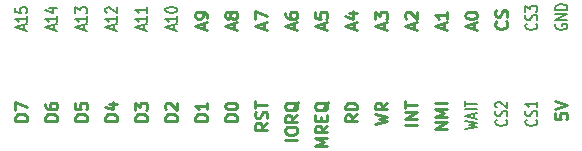
<source format=gbr>
%TF.GenerationSoftware,KiCad,Pcbnew,7.0.9*%
%TF.CreationDate,2023-11-20T12:28:54+01:00*%
%TF.ProjectId,perfboardCard,70657266-626f-4617-9264-436172642e6b,rev?*%
%TF.SameCoordinates,Original*%
%TF.FileFunction,Legend,Top*%
%TF.FilePolarity,Positive*%
%FSLAX46Y46*%
G04 Gerber Fmt 4.6, Leading zero omitted, Abs format (unit mm)*
G04 Created by KiCad (PCBNEW 7.0.9) date 2023-11-20 12:28:54*
%MOMM*%
%LPD*%
G01*
G04 APERTURE LIST*
%ADD10C,0.200000*%
%ADD11C,0.250000*%
G04 APERTURE END LIST*
D10*
X127295838Y-92754898D02*
X127248219Y-92831088D01*
X127248219Y-92831088D02*
X127248219Y-92945374D01*
X127248219Y-92945374D02*
X127295838Y-93059660D01*
X127295838Y-93059660D02*
X127391076Y-93135850D01*
X127391076Y-93135850D02*
X127486314Y-93173945D01*
X127486314Y-93173945D02*
X127676790Y-93212041D01*
X127676790Y-93212041D02*
X127819647Y-93212041D01*
X127819647Y-93212041D02*
X128010123Y-93173945D01*
X128010123Y-93173945D02*
X128105361Y-93135850D01*
X128105361Y-93135850D02*
X128200600Y-93059660D01*
X128200600Y-93059660D02*
X128248219Y-92945374D01*
X128248219Y-92945374D02*
X128248219Y-92869183D01*
X128248219Y-92869183D02*
X128200600Y-92754898D01*
X128200600Y-92754898D02*
X128152980Y-92716802D01*
X128152980Y-92716802D02*
X127819647Y-92716802D01*
X127819647Y-92716802D02*
X127819647Y-92869183D01*
X128248219Y-92373945D02*
X127248219Y-92373945D01*
X127248219Y-92373945D02*
X128248219Y-91916802D01*
X128248219Y-91916802D02*
X127248219Y-91916802D01*
X128248219Y-91535850D02*
X127248219Y-91535850D01*
X127248219Y-91535850D02*
X127248219Y-91345374D01*
X127248219Y-91345374D02*
X127295838Y-91231088D01*
X127295838Y-91231088D02*
X127391076Y-91154898D01*
X127391076Y-91154898D02*
X127486314Y-91116803D01*
X127486314Y-91116803D02*
X127676790Y-91078707D01*
X127676790Y-91078707D02*
X127819647Y-91078707D01*
X127819647Y-91078707D02*
X128010123Y-91116803D01*
X128010123Y-91116803D02*
X128105361Y-91154898D01*
X128105361Y-91154898D02*
X128200600Y-91231088D01*
X128200600Y-91231088D02*
X128248219Y-91345374D01*
X128248219Y-91345374D02*
X128248219Y-91535850D01*
X125612980Y-92716802D02*
X125660600Y-92754898D01*
X125660600Y-92754898D02*
X125708219Y-92869183D01*
X125708219Y-92869183D02*
X125708219Y-92945374D01*
X125708219Y-92945374D02*
X125660600Y-93059660D01*
X125660600Y-93059660D02*
X125565361Y-93135850D01*
X125565361Y-93135850D02*
X125470123Y-93173945D01*
X125470123Y-93173945D02*
X125279647Y-93212041D01*
X125279647Y-93212041D02*
X125136790Y-93212041D01*
X125136790Y-93212041D02*
X124946314Y-93173945D01*
X124946314Y-93173945D02*
X124851076Y-93135850D01*
X124851076Y-93135850D02*
X124755838Y-93059660D01*
X124755838Y-93059660D02*
X124708219Y-92945374D01*
X124708219Y-92945374D02*
X124708219Y-92869183D01*
X124708219Y-92869183D02*
X124755838Y-92754898D01*
X124755838Y-92754898D02*
X124803457Y-92716802D01*
X125660600Y-92412041D02*
X125708219Y-92297755D01*
X125708219Y-92297755D02*
X125708219Y-92107279D01*
X125708219Y-92107279D02*
X125660600Y-92031088D01*
X125660600Y-92031088D02*
X125612980Y-91992993D01*
X125612980Y-91992993D02*
X125517742Y-91954898D01*
X125517742Y-91954898D02*
X125422504Y-91954898D01*
X125422504Y-91954898D02*
X125327266Y-91992993D01*
X125327266Y-91992993D02*
X125279647Y-92031088D01*
X125279647Y-92031088D02*
X125232028Y-92107279D01*
X125232028Y-92107279D02*
X125184409Y-92259660D01*
X125184409Y-92259660D02*
X125136790Y-92335850D01*
X125136790Y-92335850D02*
X125089171Y-92373945D01*
X125089171Y-92373945D02*
X124993933Y-92412041D01*
X124993933Y-92412041D02*
X124898695Y-92412041D01*
X124898695Y-92412041D02*
X124803457Y-92373945D01*
X124803457Y-92373945D02*
X124755838Y-92335850D01*
X124755838Y-92335850D02*
X124708219Y-92259660D01*
X124708219Y-92259660D02*
X124708219Y-92069183D01*
X124708219Y-92069183D02*
X124755838Y-91954898D01*
X124708219Y-91688231D02*
X124708219Y-91192993D01*
X124708219Y-91192993D02*
X125089171Y-91459659D01*
X125089171Y-91459659D02*
X125089171Y-91345374D01*
X125089171Y-91345374D02*
X125136790Y-91269183D01*
X125136790Y-91269183D02*
X125184409Y-91231088D01*
X125184409Y-91231088D02*
X125279647Y-91192993D01*
X125279647Y-91192993D02*
X125517742Y-91192993D01*
X125517742Y-91192993D02*
X125612980Y-91231088D01*
X125612980Y-91231088D02*
X125660600Y-91269183D01*
X125660600Y-91269183D02*
X125708219Y-91345374D01*
X125708219Y-91345374D02*
X125708219Y-91573945D01*
X125708219Y-91573945D02*
X125660600Y-91650136D01*
X125660600Y-91650136D02*
X125612980Y-91688231D01*
D11*
X123070380Y-92522003D02*
X123118000Y-92569622D01*
X123118000Y-92569622D02*
X123165619Y-92712479D01*
X123165619Y-92712479D02*
X123165619Y-92807717D01*
X123165619Y-92807717D02*
X123118000Y-92950574D01*
X123118000Y-92950574D02*
X123022761Y-93045812D01*
X123022761Y-93045812D02*
X122927523Y-93093431D01*
X122927523Y-93093431D02*
X122737047Y-93141050D01*
X122737047Y-93141050D02*
X122594190Y-93141050D01*
X122594190Y-93141050D02*
X122403714Y-93093431D01*
X122403714Y-93093431D02*
X122308476Y-93045812D01*
X122308476Y-93045812D02*
X122213238Y-92950574D01*
X122213238Y-92950574D02*
X122165619Y-92807717D01*
X122165619Y-92807717D02*
X122165619Y-92712479D01*
X122165619Y-92712479D02*
X122213238Y-92569622D01*
X122213238Y-92569622D02*
X122260857Y-92522003D01*
X123118000Y-92141050D02*
X123165619Y-91998193D01*
X123165619Y-91998193D02*
X123165619Y-91760098D01*
X123165619Y-91760098D02*
X123118000Y-91664860D01*
X123118000Y-91664860D02*
X123070380Y-91617241D01*
X123070380Y-91617241D02*
X122975142Y-91569622D01*
X122975142Y-91569622D02*
X122879904Y-91569622D01*
X122879904Y-91569622D02*
X122784666Y-91617241D01*
X122784666Y-91617241D02*
X122737047Y-91664860D01*
X122737047Y-91664860D02*
X122689428Y-91760098D01*
X122689428Y-91760098D02*
X122641809Y-91950574D01*
X122641809Y-91950574D02*
X122594190Y-92045812D01*
X122594190Y-92045812D02*
X122546571Y-92093431D01*
X122546571Y-92093431D02*
X122451333Y-92141050D01*
X122451333Y-92141050D02*
X122356095Y-92141050D01*
X122356095Y-92141050D02*
X122260857Y-92093431D01*
X122260857Y-92093431D02*
X122213238Y-92045812D01*
X122213238Y-92045812D02*
X122165619Y-91950574D01*
X122165619Y-91950574D02*
X122165619Y-91712479D01*
X122165619Y-91712479D02*
X122213238Y-91569622D01*
X120339904Y-93141050D02*
X120339904Y-92664860D01*
X120625619Y-93236288D02*
X119625619Y-92902955D01*
X119625619Y-92902955D02*
X120625619Y-92569622D01*
X119625619Y-92045812D02*
X119625619Y-91950574D01*
X119625619Y-91950574D02*
X119673238Y-91855336D01*
X119673238Y-91855336D02*
X119720857Y-91807717D01*
X119720857Y-91807717D02*
X119816095Y-91760098D01*
X119816095Y-91760098D02*
X120006571Y-91712479D01*
X120006571Y-91712479D02*
X120244666Y-91712479D01*
X120244666Y-91712479D02*
X120435142Y-91760098D01*
X120435142Y-91760098D02*
X120530380Y-91807717D01*
X120530380Y-91807717D02*
X120578000Y-91855336D01*
X120578000Y-91855336D02*
X120625619Y-91950574D01*
X120625619Y-91950574D02*
X120625619Y-92045812D01*
X120625619Y-92045812D02*
X120578000Y-92141050D01*
X120578000Y-92141050D02*
X120530380Y-92188669D01*
X120530380Y-92188669D02*
X120435142Y-92236288D01*
X120435142Y-92236288D02*
X120244666Y-92283907D01*
X120244666Y-92283907D02*
X120006571Y-92283907D01*
X120006571Y-92283907D02*
X119816095Y-92236288D01*
X119816095Y-92236288D02*
X119720857Y-92188669D01*
X119720857Y-92188669D02*
X119673238Y-92141050D01*
X119673238Y-92141050D02*
X119625619Y-92045812D01*
X117799904Y-93141050D02*
X117799904Y-92664860D01*
X118085619Y-93236288D02*
X117085619Y-92902955D01*
X117085619Y-92902955D02*
X118085619Y-92569622D01*
X118085619Y-91712479D02*
X118085619Y-92283907D01*
X118085619Y-91998193D02*
X117085619Y-91998193D01*
X117085619Y-91998193D02*
X117228476Y-92093431D01*
X117228476Y-92093431D02*
X117323714Y-92188669D01*
X117323714Y-92188669D02*
X117371333Y-92283907D01*
X115259904Y-93141050D02*
X115259904Y-92664860D01*
X115545619Y-93236288D02*
X114545619Y-92902955D01*
X114545619Y-92902955D02*
X115545619Y-92569622D01*
X114640857Y-92283907D02*
X114593238Y-92236288D01*
X114593238Y-92236288D02*
X114545619Y-92141050D01*
X114545619Y-92141050D02*
X114545619Y-91902955D01*
X114545619Y-91902955D02*
X114593238Y-91807717D01*
X114593238Y-91807717D02*
X114640857Y-91760098D01*
X114640857Y-91760098D02*
X114736095Y-91712479D01*
X114736095Y-91712479D02*
X114831333Y-91712479D01*
X114831333Y-91712479D02*
X114974190Y-91760098D01*
X114974190Y-91760098D02*
X115545619Y-92331526D01*
X115545619Y-92331526D02*
X115545619Y-91712479D01*
X112719904Y-93141050D02*
X112719904Y-92664860D01*
X113005619Y-93236288D02*
X112005619Y-92902955D01*
X112005619Y-92902955D02*
X113005619Y-92569622D01*
X112005619Y-92331526D02*
X112005619Y-91712479D01*
X112005619Y-91712479D02*
X112386571Y-92045812D01*
X112386571Y-92045812D02*
X112386571Y-91902955D01*
X112386571Y-91902955D02*
X112434190Y-91807717D01*
X112434190Y-91807717D02*
X112481809Y-91760098D01*
X112481809Y-91760098D02*
X112577047Y-91712479D01*
X112577047Y-91712479D02*
X112815142Y-91712479D01*
X112815142Y-91712479D02*
X112910380Y-91760098D01*
X112910380Y-91760098D02*
X112958000Y-91807717D01*
X112958000Y-91807717D02*
X113005619Y-91902955D01*
X113005619Y-91902955D02*
X113005619Y-92188669D01*
X113005619Y-92188669D02*
X112958000Y-92283907D01*
X112958000Y-92283907D02*
X112910380Y-92331526D01*
X110179904Y-93141050D02*
X110179904Y-92664860D01*
X110465619Y-93236288D02*
X109465619Y-92902955D01*
X109465619Y-92902955D02*
X110465619Y-92569622D01*
X109798952Y-91807717D02*
X110465619Y-91807717D01*
X109418000Y-92045812D02*
X110132285Y-92283907D01*
X110132285Y-92283907D02*
X110132285Y-91664860D01*
X107639904Y-93141050D02*
X107639904Y-92664860D01*
X107925619Y-93236288D02*
X106925619Y-92902955D01*
X106925619Y-92902955D02*
X107925619Y-92569622D01*
X106925619Y-91760098D02*
X106925619Y-92236288D01*
X106925619Y-92236288D02*
X107401809Y-92283907D01*
X107401809Y-92283907D02*
X107354190Y-92236288D01*
X107354190Y-92236288D02*
X107306571Y-92141050D01*
X107306571Y-92141050D02*
X107306571Y-91902955D01*
X107306571Y-91902955D02*
X107354190Y-91807717D01*
X107354190Y-91807717D02*
X107401809Y-91760098D01*
X107401809Y-91760098D02*
X107497047Y-91712479D01*
X107497047Y-91712479D02*
X107735142Y-91712479D01*
X107735142Y-91712479D02*
X107830380Y-91760098D01*
X107830380Y-91760098D02*
X107878000Y-91807717D01*
X107878000Y-91807717D02*
X107925619Y-91902955D01*
X107925619Y-91902955D02*
X107925619Y-92141050D01*
X107925619Y-92141050D02*
X107878000Y-92236288D01*
X107878000Y-92236288D02*
X107830380Y-92283907D01*
X105099904Y-93141050D02*
X105099904Y-92664860D01*
X105385619Y-93236288D02*
X104385619Y-92902955D01*
X104385619Y-92902955D02*
X105385619Y-92569622D01*
X104385619Y-91807717D02*
X104385619Y-91998193D01*
X104385619Y-91998193D02*
X104433238Y-92093431D01*
X104433238Y-92093431D02*
X104480857Y-92141050D01*
X104480857Y-92141050D02*
X104623714Y-92236288D01*
X104623714Y-92236288D02*
X104814190Y-92283907D01*
X104814190Y-92283907D02*
X105195142Y-92283907D01*
X105195142Y-92283907D02*
X105290380Y-92236288D01*
X105290380Y-92236288D02*
X105338000Y-92188669D01*
X105338000Y-92188669D02*
X105385619Y-92093431D01*
X105385619Y-92093431D02*
X105385619Y-91902955D01*
X105385619Y-91902955D02*
X105338000Y-91807717D01*
X105338000Y-91807717D02*
X105290380Y-91760098D01*
X105290380Y-91760098D02*
X105195142Y-91712479D01*
X105195142Y-91712479D02*
X104957047Y-91712479D01*
X104957047Y-91712479D02*
X104861809Y-91760098D01*
X104861809Y-91760098D02*
X104814190Y-91807717D01*
X104814190Y-91807717D02*
X104766571Y-91902955D01*
X104766571Y-91902955D02*
X104766571Y-92093431D01*
X104766571Y-92093431D02*
X104814190Y-92188669D01*
X104814190Y-92188669D02*
X104861809Y-92236288D01*
X104861809Y-92236288D02*
X104957047Y-92283907D01*
X102559904Y-93141050D02*
X102559904Y-92664860D01*
X102845619Y-93236288D02*
X101845619Y-92902955D01*
X101845619Y-92902955D02*
X102845619Y-92569622D01*
X101845619Y-92331526D02*
X101845619Y-91664860D01*
X101845619Y-91664860D02*
X102845619Y-92093431D01*
X100019904Y-93141050D02*
X100019904Y-92664860D01*
X100305619Y-93236288D02*
X99305619Y-92902955D01*
X99305619Y-92902955D02*
X100305619Y-92569622D01*
X99734190Y-92093431D02*
X99686571Y-92188669D01*
X99686571Y-92188669D02*
X99638952Y-92236288D01*
X99638952Y-92236288D02*
X99543714Y-92283907D01*
X99543714Y-92283907D02*
X99496095Y-92283907D01*
X99496095Y-92283907D02*
X99400857Y-92236288D01*
X99400857Y-92236288D02*
X99353238Y-92188669D01*
X99353238Y-92188669D02*
X99305619Y-92093431D01*
X99305619Y-92093431D02*
X99305619Y-91902955D01*
X99305619Y-91902955D02*
X99353238Y-91807717D01*
X99353238Y-91807717D02*
X99400857Y-91760098D01*
X99400857Y-91760098D02*
X99496095Y-91712479D01*
X99496095Y-91712479D02*
X99543714Y-91712479D01*
X99543714Y-91712479D02*
X99638952Y-91760098D01*
X99638952Y-91760098D02*
X99686571Y-91807717D01*
X99686571Y-91807717D02*
X99734190Y-91902955D01*
X99734190Y-91902955D02*
X99734190Y-92093431D01*
X99734190Y-92093431D02*
X99781809Y-92188669D01*
X99781809Y-92188669D02*
X99829428Y-92236288D01*
X99829428Y-92236288D02*
X99924666Y-92283907D01*
X99924666Y-92283907D02*
X100115142Y-92283907D01*
X100115142Y-92283907D02*
X100210380Y-92236288D01*
X100210380Y-92236288D02*
X100258000Y-92188669D01*
X100258000Y-92188669D02*
X100305619Y-92093431D01*
X100305619Y-92093431D02*
X100305619Y-91902955D01*
X100305619Y-91902955D02*
X100258000Y-91807717D01*
X100258000Y-91807717D02*
X100210380Y-91760098D01*
X100210380Y-91760098D02*
X100115142Y-91712479D01*
X100115142Y-91712479D02*
X99924666Y-91712479D01*
X99924666Y-91712479D02*
X99829428Y-91760098D01*
X99829428Y-91760098D02*
X99781809Y-91807717D01*
X99781809Y-91807717D02*
X99734190Y-91902955D01*
X97479904Y-93141050D02*
X97479904Y-92664860D01*
X97765619Y-93236288D02*
X96765619Y-92902955D01*
X96765619Y-92902955D02*
X97765619Y-92569622D01*
X97765619Y-92188669D02*
X97765619Y-91998193D01*
X97765619Y-91998193D02*
X97718000Y-91902955D01*
X97718000Y-91902955D02*
X97670380Y-91855336D01*
X97670380Y-91855336D02*
X97527523Y-91760098D01*
X97527523Y-91760098D02*
X97337047Y-91712479D01*
X97337047Y-91712479D02*
X96956095Y-91712479D01*
X96956095Y-91712479D02*
X96860857Y-91760098D01*
X96860857Y-91760098D02*
X96813238Y-91807717D01*
X96813238Y-91807717D02*
X96765619Y-91902955D01*
X96765619Y-91902955D02*
X96765619Y-92093431D01*
X96765619Y-92093431D02*
X96813238Y-92188669D01*
X96813238Y-92188669D02*
X96860857Y-92236288D01*
X96860857Y-92236288D02*
X96956095Y-92283907D01*
X96956095Y-92283907D02*
X97194190Y-92283907D01*
X97194190Y-92283907D02*
X97289428Y-92236288D01*
X97289428Y-92236288D02*
X97337047Y-92188669D01*
X97337047Y-92188669D02*
X97384666Y-92093431D01*
X97384666Y-92093431D02*
X97384666Y-91902955D01*
X97384666Y-91902955D02*
X97337047Y-91807717D01*
X97337047Y-91807717D02*
X97289428Y-91760098D01*
X97289428Y-91760098D02*
X97194190Y-91712479D01*
D10*
X94942504Y-93212041D02*
X94942504Y-92831088D01*
X95228219Y-93288231D02*
X94228219Y-93021564D01*
X94228219Y-93021564D02*
X95228219Y-92754898D01*
X95228219Y-92069184D02*
X95228219Y-92526327D01*
X95228219Y-92297755D02*
X94228219Y-92297755D01*
X94228219Y-92297755D02*
X94371076Y-92373946D01*
X94371076Y-92373946D02*
X94466314Y-92450136D01*
X94466314Y-92450136D02*
X94513933Y-92526327D01*
X94228219Y-91573945D02*
X94228219Y-91497755D01*
X94228219Y-91497755D02*
X94275838Y-91421564D01*
X94275838Y-91421564D02*
X94323457Y-91383469D01*
X94323457Y-91383469D02*
X94418695Y-91345374D01*
X94418695Y-91345374D02*
X94609171Y-91307279D01*
X94609171Y-91307279D02*
X94847266Y-91307279D01*
X94847266Y-91307279D02*
X95037742Y-91345374D01*
X95037742Y-91345374D02*
X95132980Y-91383469D01*
X95132980Y-91383469D02*
X95180600Y-91421564D01*
X95180600Y-91421564D02*
X95228219Y-91497755D01*
X95228219Y-91497755D02*
X95228219Y-91573945D01*
X95228219Y-91573945D02*
X95180600Y-91650136D01*
X95180600Y-91650136D02*
X95132980Y-91688231D01*
X95132980Y-91688231D02*
X95037742Y-91726326D01*
X95037742Y-91726326D02*
X94847266Y-91764422D01*
X94847266Y-91764422D02*
X94609171Y-91764422D01*
X94609171Y-91764422D02*
X94418695Y-91726326D01*
X94418695Y-91726326D02*
X94323457Y-91688231D01*
X94323457Y-91688231D02*
X94275838Y-91650136D01*
X94275838Y-91650136D02*
X94228219Y-91573945D01*
X92402504Y-93212041D02*
X92402504Y-92831088D01*
X92688219Y-93288231D02*
X91688219Y-93021564D01*
X91688219Y-93021564D02*
X92688219Y-92754898D01*
X92688219Y-92069184D02*
X92688219Y-92526327D01*
X92688219Y-92297755D02*
X91688219Y-92297755D01*
X91688219Y-92297755D02*
X91831076Y-92373946D01*
X91831076Y-92373946D02*
X91926314Y-92450136D01*
X91926314Y-92450136D02*
X91973933Y-92526327D01*
X92688219Y-91307279D02*
X92688219Y-91764422D01*
X92688219Y-91535850D02*
X91688219Y-91535850D01*
X91688219Y-91535850D02*
X91831076Y-91612041D01*
X91831076Y-91612041D02*
X91926314Y-91688231D01*
X91926314Y-91688231D02*
X91973933Y-91764422D01*
X89862504Y-93212041D02*
X89862504Y-92831088D01*
X90148219Y-93288231D02*
X89148219Y-93021564D01*
X89148219Y-93021564D02*
X90148219Y-92754898D01*
X90148219Y-92069184D02*
X90148219Y-92526327D01*
X90148219Y-92297755D02*
X89148219Y-92297755D01*
X89148219Y-92297755D02*
X89291076Y-92373946D01*
X89291076Y-92373946D02*
X89386314Y-92450136D01*
X89386314Y-92450136D02*
X89433933Y-92526327D01*
X89243457Y-91764422D02*
X89195838Y-91726326D01*
X89195838Y-91726326D02*
X89148219Y-91650136D01*
X89148219Y-91650136D02*
X89148219Y-91459660D01*
X89148219Y-91459660D02*
X89195838Y-91383469D01*
X89195838Y-91383469D02*
X89243457Y-91345374D01*
X89243457Y-91345374D02*
X89338695Y-91307279D01*
X89338695Y-91307279D02*
X89433933Y-91307279D01*
X89433933Y-91307279D02*
X89576790Y-91345374D01*
X89576790Y-91345374D02*
X90148219Y-91802517D01*
X90148219Y-91802517D02*
X90148219Y-91307279D01*
X87322504Y-93212041D02*
X87322504Y-92831088D01*
X87608219Y-93288231D02*
X86608219Y-93021564D01*
X86608219Y-93021564D02*
X87608219Y-92754898D01*
X87608219Y-92069184D02*
X87608219Y-92526327D01*
X87608219Y-92297755D02*
X86608219Y-92297755D01*
X86608219Y-92297755D02*
X86751076Y-92373946D01*
X86751076Y-92373946D02*
X86846314Y-92450136D01*
X86846314Y-92450136D02*
X86893933Y-92526327D01*
X86608219Y-91802517D02*
X86608219Y-91307279D01*
X86608219Y-91307279D02*
X86989171Y-91573945D01*
X86989171Y-91573945D02*
X86989171Y-91459660D01*
X86989171Y-91459660D02*
X87036790Y-91383469D01*
X87036790Y-91383469D02*
X87084409Y-91345374D01*
X87084409Y-91345374D02*
X87179647Y-91307279D01*
X87179647Y-91307279D02*
X87417742Y-91307279D01*
X87417742Y-91307279D02*
X87512980Y-91345374D01*
X87512980Y-91345374D02*
X87560600Y-91383469D01*
X87560600Y-91383469D02*
X87608219Y-91459660D01*
X87608219Y-91459660D02*
X87608219Y-91688231D01*
X87608219Y-91688231D02*
X87560600Y-91764422D01*
X87560600Y-91764422D02*
X87512980Y-91802517D01*
X84782504Y-93212041D02*
X84782504Y-92831088D01*
X85068219Y-93288231D02*
X84068219Y-93021564D01*
X84068219Y-93021564D02*
X85068219Y-92754898D01*
X85068219Y-92069184D02*
X85068219Y-92526327D01*
X85068219Y-92297755D02*
X84068219Y-92297755D01*
X84068219Y-92297755D02*
X84211076Y-92373946D01*
X84211076Y-92373946D02*
X84306314Y-92450136D01*
X84306314Y-92450136D02*
X84353933Y-92526327D01*
X84401552Y-91383469D02*
X85068219Y-91383469D01*
X84020600Y-91573945D02*
X84734885Y-91764422D01*
X84734885Y-91764422D02*
X84734885Y-91269183D01*
X82242504Y-93212041D02*
X82242504Y-92831088D01*
X82528219Y-93288231D02*
X81528219Y-93021564D01*
X81528219Y-93021564D02*
X82528219Y-92754898D01*
X82528219Y-92069184D02*
X82528219Y-92526327D01*
X82528219Y-92297755D02*
X81528219Y-92297755D01*
X81528219Y-92297755D02*
X81671076Y-92373946D01*
X81671076Y-92373946D02*
X81766314Y-92450136D01*
X81766314Y-92450136D02*
X81813933Y-92526327D01*
X81528219Y-91345374D02*
X81528219Y-91726326D01*
X81528219Y-91726326D02*
X82004409Y-91764422D01*
X82004409Y-91764422D02*
X81956790Y-91726326D01*
X81956790Y-91726326D02*
X81909171Y-91650136D01*
X81909171Y-91650136D02*
X81909171Y-91459660D01*
X81909171Y-91459660D02*
X81956790Y-91383469D01*
X81956790Y-91383469D02*
X82004409Y-91345374D01*
X82004409Y-91345374D02*
X82099647Y-91307279D01*
X82099647Y-91307279D02*
X82337742Y-91307279D01*
X82337742Y-91307279D02*
X82432980Y-91345374D01*
X82432980Y-91345374D02*
X82480600Y-91383469D01*
X82480600Y-91383469D02*
X82528219Y-91459660D01*
X82528219Y-91459660D02*
X82528219Y-91650136D01*
X82528219Y-91650136D02*
X82480600Y-91726326D01*
X82480600Y-91726326D02*
X82432980Y-91764422D01*
D11*
X82525619Y-100914758D02*
X81525619Y-100914758D01*
X81525619Y-100914758D02*
X81525619Y-100676663D01*
X81525619Y-100676663D02*
X81573238Y-100533806D01*
X81573238Y-100533806D02*
X81668476Y-100438568D01*
X81668476Y-100438568D02*
X81763714Y-100390949D01*
X81763714Y-100390949D02*
X81954190Y-100343330D01*
X81954190Y-100343330D02*
X82097047Y-100343330D01*
X82097047Y-100343330D02*
X82287523Y-100390949D01*
X82287523Y-100390949D02*
X82382761Y-100438568D01*
X82382761Y-100438568D02*
X82478000Y-100533806D01*
X82478000Y-100533806D02*
X82525619Y-100676663D01*
X82525619Y-100676663D02*
X82525619Y-100914758D01*
X81525619Y-100009996D02*
X81525619Y-99343330D01*
X81525619Y-99343330D02*
X82525619Y-99771901D01*
X85065619Y-100914758D02*
X84065619Y-100914758D01*
X84065619Y-100914758D02*
X84065619Y-100676663D01*
X84065619Y-100676663D02*
X84113238Y-100533806D01*
X84113238Y-100533806D02*
X84208476Y-100438568D01*
X84208476Y-100438568D02*
X84303714Y-100390949D01*
X84303714Y-100390949D02*
X84494190Y-100343330D01*
X84494190Y-100343330D02*
X84637047Y-100343330D01*
X84637047Y-100343330D02*
X84827523Y-100390949D01*
X84827523Y-100390949D02*
X84922761Y-100438568D01*
X84922761Y-100438568D02*
X85018000Y-100533806D01*
X85018000Y-100533806D02*
X85065619Y-100676663D01*
X85065619Y-100676663D02*
X85065619Y-100914758D01*
X84065619Y-99486187D02*
X84065619Y-99676663D01*
X84065619Y-99676663D02*
X84113238Y-99771901D01*
X84113238Y-99771901D02*
X84160857Y-99819520D01*
X84160857Y-99819520D02*
X84303714Y-99914758D01*
X84303714Y-99914758D02*
X84494190Y-99962377D01*
X84494190Y-99962377D02*
X84875142Y-99962377D01*
X84875142Y-99962377D02*
X84970380Y-99914758D01*
X84970380Y-99914758D02*
X85018000Y-99867139D01*
X85018000Y-99867139D02*
X85065619Y-99771901D01*
X85065619Y-99771901D02*
X85065619Y-99581425D01*
X85065619Y-99581425D02*
X85018000Y-99486187D01*
X85018000Y-99486187D02*
X84970380Y-99438568D01*
X84970380Y-99438568D02*
X84875142Y-99390949D01*
X84875142Y-99390949D02*
X84637047Y-99390949D01*
X84637047Y-99390949D02*
X84541809Y-99438568D01*
X84541809Y-99438568D02*
X84494190Y-99486187D01*
X84494190Y-99486187D02*
X84446571Y-99581425D01*
X84446571Y-99581425D02*
X84446571Y-99771901D01*
X84446571Y-99771901D02*
X84494190Y-99867139D01*
X84494190Y-99867139D02*
X84541809Y-99914758D01*
X84541809Y-99914758D02*
X84637047Y-99962377D01*
X87605619Y-100914758D02*
X86605619Y-100914758D01*
X86605619Y-100914758D02*
X86605619Y-100676663D01*
X86605619Y-100676663D02*
X86653238Y-100533806D01*
X86653238Y-100533806D02*
X86748476Y-100438568D01*
X86748476Y-100438568D02*
X86843714Y-100390949D01*
X86843714Y-100390949D02*
X87034190Y-100343330D01*
X87034190Y-100343330D02*
X87177047Y-100343330D01*
X87177047Y-100343330D02*
X87367523Y-100390949D01*
X87367523Y-100390949D02*
X87462761Y-100438568D01*
X87462761Y-100438568D02*
X87558000Y-100533806D01*
X87558000Y-100533806D02*
X87605619Y-100676663D01*
X87605619Y-100676663D02*
X87605619Y-100914758D01*
X86605619Y-99438568D02*
X86605619Y-99914758D01*
X86605619Y-99914758D02*
X87081809Y-99962377D01*
X87081809Y-99962377D02*
X87034190Y-99914758D01*
X87034190Y-99914758D02*
X86986571Y-99819520D01*
X86986571Y-99819520D02*
X86986571Y-99581425D01*
X86986571Y-99581425D02*
X87034190Y-99486187D01*
X87034190Y-99486187D02*
X87081809Y-99438568D01*
X87081809Y-99438568D02*
X87177047Y-99390949D01*
X87177047Y-99390949D02*
X87415142Y-99390949D01*
X87415142Y-99390949D02*
X87510380Y-99438568D01*
X87510380Y-99438568D02*
X87558000Y-99486187D01*
X87558000Y-99486187D02*
X87605619Y-99581425D01*
X87605619Y-99581425D02*
X87605619Y-99819520D01*
X87605619Y-99819520D02*
X87558000Y-99914758D01*
X87558000Y-99914758D02*
X87510380Y-99962377D01*
X90145619Y-100914758D02*
X89145619Y-100914758D01*
X89145619Y-100914758D02*
X89145619Y-100676663D01*
X89145619Y-100676663D02*
X89193238Y-100533806D01*
X89193238Y-100533806D02*
X89288476Y-100438568D01*
X89288476Y-100438568D02*
X89383714Y-100390949D01*
X89383714Y-100390949D02*
X89574190Y-100343330D01*
X89574190Y-100343330D02*
X89717047Y-100343330D01*
X89717047Y-100343330D02*
X89907523Y-100390949D01*
X89907523Y-100390949D02*
X90002761Y-100438568D01*
X90002761Y-100438568D02*
X90098000Y-100533806D01*
X90098000Y-100533806D02*
X90145619Y-100676663D01*
X90145619Y-100676663D02*
X90145619Y-100914758D01*
X89478952Y-99486187D02*
X90145619Y-99486187D01*
X89098000Y-99724282D02*
X89812285Y-99962377D01*
X89812285Y-99962377D02*
X89812285Y-99343330D01*
X92685619Y-100914758D02*
X91685619Y-100914758D01*
X91685619Y-100914758D02*
X91685619Y-100676663D01*
X91685619Y-100676663D02*
X91733238Y-100533806D01*
X91733238Y-100533806D02*
X91828476Y-100438568D01*
X91828476Y-100438568D02*
X91923714Y-100390949D01*
X91923714Y-100390949D02*
X92114190Y-100343330D01*
X92114190Y-100343330D02*
X92257047Y-100343330D01*
X92257047Y-100343330D02*
X92447523Y-100390949D01*
X92447523Y-100390949D02*
X92542761Y-100438568D01*
X92542761Y-100438568D02*
X92638000Y-100533806D01*
X92638000Y-100533806D02*
X92685619Y-100676663D01*
X92685619Y-100676663D02*
X92685619Y-100914758D01*
X91685619Y-100009996D02*
X91685619Y-99390949D01*
X91685619Y-99390949D02*
X92066571Y-99724282D01*
X92066571Y-99724282D02*
X92066571Y-99581425D01*
X92066571Y-99581425D02*
X92114190Y-99486187D01*
X92114190Y-99486187D02*
X92161809Y-99438568D01*
X92161809Y-99438568D02*
X92257047Y-99390949D01*
X92257047Y-99390949D02*
X92495142Y-99390949D01*
X92495142Y-99390949D02*
X92590380Y-99438568D01*
X92590380Y-99438568D02*
X92638000Y-99486187D01*
X92638000Y-99486187D02*
X92685619Y-99581425D01*
X92685619Y-99581425D02*
X92685619Y-99867139D01*
X92685619Y-99867139D02*
X92638000Y-99962377D01*
X92638000Y-99962377D02*
X92590380Y-100009996D01*
X95225619Y-100914758D02*
X94225619Y-100914758D01*
X94225619Y-100914758D02*
X94225619Y-100676663D01*
X94225619Y-100676663D02*
X94273238Y-100533806D01*
X94273238Y-100533806D02*
X94368476Y-100438568D01*
X94368476Y-100438568D02*
X94463714Y-100390949D01*
X94463714Y-100390949D02*
X94654190Y-100343330D01*
X94654190Y-100343330D02*
X94797047Y-100343330D01*
X94797047Y-100343330D02*
X94987523Y-100390949D01*
X94987523Y-100390949D02*
X95082761Y-100438568D01*
X95082761Y-100438568D02*
X95178000Y-100533806D01*
X95178000Y-100533806D02*
X95225619Y-100676663D01*
X95225619Y-100676663D02*
X95225619Y-100914758D01*
X94320857Y-99962377D02*
X94273238Y-99914758D01*
X94273238Y-99914758D02*
X94225619Y-99819520D01*
X94225619Y-99819520D02*
X94225619Y-99581425D01*
X94225619Y-99581425D02*
X94273238Y-99486187D01*
X94273238Y-99486187D02*
X94320857Y-99438568D01*
X94320857Y-99438568D02*
X94416095Y-99390949D01*
X94416095Y-99390949D02*
X94511333Y-99390949D01*
X94511333Y-99390949D02*
X94654190Y-99438568D01*
X94654190Y-99438568D02*
X95225619Y-100009996D01*
X95225619Y-100009996D02*
X95225619Y-99390949D01*
X97765619Y-100914758D02*
X96765619Y-100914758D01*
X96765619Y-100914758D02*
X96765619Y-100676663D01*
X96765619Y-100676663D02*
X96813238Y-100533806D01*
X96813238Y-100533806D02*
X96908476Y-100438568D01*
X96908476Y-100438568D02*
X97003714Y-100390949D01*
X97003714Y-100390949D02*
X97194190Y-100343330D01*
X97194190Y-100343330D02*
X97337047Y-100343330D01*
X97337047Y-100343330D02*
X97527523Y-100390949D01*
X97527523Y-100390949D02*
X97622761Y-100438568D01*
X97622761Y-100438568D02*
X97718000Y-100533806D01*
X97718000Y-100533806D02*
X97765619Y-100676663D01*
X97765619Y-100676663D02*
X97765619Y-100914758D01*
X97765619Y-99390949D02*
X97765619Y-99962377D01*
X97765619Y-99676663D02*
X96765619Y-99676663D01*
X96765619Y-99676663D02*
X96908476Y-99771901D01*
X96908476Y-99771901D02*
X97003714Y-99867139D01*
X97003714Y-99867139D02*
X97051333Y-99962377D01*
X100305619Y-100914758D02*
X99305619Y-100914758D01*
X99305619Y-100914758D02*
X99305619Y-100676663D01*
X99305619Y-100676663D02*
X99353238Y-100533806D01*
X99353238Y-100533806D02*
X99448476Y-100438568D01*
X99448476Y-100438568D02*
X99543714Y-100390949D01*
X99543714Y-100390949D02*
X99734190Y-100343330D01*
X99734190Y-100343330D02*
X99877047Y-100343330D01*
X99877047Y-100343330D02*
X100067523Y-100390949D01*
X100067523Y-100390949D02*
X100162761Y-100438568D01*
X100162761Y-100438568D02*
X100258000Y-100533806D01*
X100258000Y-100533806D02*
X100305619Y-100676663D01*
X100305619Y-100676663D02*
X100305619Y-100914758D01*
X99305619Y-99724282D02*
X99305619Y-99629044D01*
X99305619Y-99629044D02*
X99353238Y-99533806D01*
X99353238Y-99533806D02*
X99400857Y-99486187D01*
X99400857Y-99486187D02*
X99496095Y-99438568D01*
X99496095Y-99438568D02*
X99686571Y-99390949D01*
X99686571Y-99390949D02*
X99924666Y-99390949D01*
X99924666Y-99390949D02*
X100115142Y-99438568D01*
X100115142Y-99438568D02*
X100210380Y-99486187D01*
X100210380Y-99486187D02*
X100258000Y-99533806D01*
X100258000Y-99533806D02*
X100305619Y-99629044D01*
X100305619Y-99629044D02*
X100305619Y-99724282D01*
X100305619Y-99724282D02*
X100258000Y-99819520D01*
X100258000Y-99819520D02*
X100210380Y-99867139D01*
X100210380Y-99867139D02*
X100115142Y-99914758D01*
X100115142Y-99914758D02*
X99924666Y-99962377D01*
X99924666Y-99962377D02*
X99686571Y-99962377D01*
X99686571Y-99962377D02*
X99496095Y-99914758D01*
X99496095Y-99914758D02*
X99400857Y-99867139D01*
X99400857Y-99867139D02*
X99353238Y-99819520D01*
X99353238Y-99819520D02*
X99305619Y-99724282D01*
X102845619Y-101105235D02*
X102369428Y-101438568D01*
X102845619Y-101676663D02*
X101845619Y-101676663D01*
X101845619Y-101676663D02*
X101845619Y-101295711D01*
X101845619Y-101295711D02*
X101893238Y-101200473D01*
X101893238Y-101200473D02*
X101940857Y-101152854D01*
X101940857Y-101152854D02*
X102036095Y-101105235D01*
X102036095Y-101105235D02*
X102178952Y-101105235D01*
X102178952Y-101105235D02*
X102274190Y-101152854D01*
X102274190Y-101152854D02*
X102321809Y-101200473D01*
X102321809Y-101200473D02*
X102369428Y-101295711D01*
X102369428Y-101295711D02*
X102369428Y-101676663D01*
X102798000Y-100724282D02*
X102845619Y-100581425D01*
X102845619Y-100581425D02*
X102845619Y-100343330D01*
X102845619Y-100343330D02*
X102798000Y-100248092D01*
X102798000Y-100248092D02*
X102750380Y-100200473D01*
X102750380Y-100200473D02*
X102655142Y-100152854D01*
X102655142Y-100152854D02*
X102559904Y-100152854D01*
X102559904Y-100152854D02*
X102464666Y-100200473D01*
X102464666Y-100200473D02*
X102417047Y-100248092D01*
X102417047Y-100248092D02*
X102369428Y-100343330D01*
X102369428Y-100343330D02*
X102321809Y-100533806D01*
X102321809Y-100533806D02*
X102274190Y-100629044D01*
X102274190Y-100629044D02*
X102226571Y-100676663D01*
X102226571Y-100676663D02*
X102131333Y-100724282D01*
X102131333Y-100724282D02*
X102036095Y-100724282D01*
X102036095Y-100724282D02*
X101940857Y-100676663D01*
X101940857Y-100676663D02*
X101893238Y-100629044D01*
X101893238Y-100629044D02*
X101845619Y-100533806D01*
X101845619Y-100533806D02*
X101845619Y-100295711D01*
X101845619Y-100295711D02*
X101893238Y-100152854D01*
X101845619Y-99867139D02*
X101845619Y-99295711D01*
X102845619Y-99581425D02*
X101845619Y-99581425D01*
X105385619Y-102533805D02*
X104385619Y-102533805D01*
X104385619Y-101867139D02*
X104385619Y-101676663D01*
X104385619Y-101676663D02*
X104433238Y-101581425D01*
X104433238Y-101581425D02*
X104528476Y-101486187D01*
X104528476Y-101486187D02*
X104718952Y-101438568D01*
X104718952Y-101438568D02*
X105052285Y-101438568D01*
X105052285Y-101438568D02*
X105242761Y-101486187D01*
X105242761Y-101486187D02*
X105338000Y-101581425D01*
X105338000Y-101581425D02*
X105385619Y-101676663D01*
X105385619Y-101676663D02*
X105385619Y-101867139D01*
X105385619Y-101867139D02*
X105338000Y-101962377D01*
X105338000Y-101962377D02*
X105242761Y-102057615D01*
X105242761Y-102057615D02*
X105052285Y-102105234D01*
X105052285Y-102105234D02*
X104718952Y-102105234D01*
X104718952Y-102105234D02*
X104528476Y-102057615D01*
X104528476Y-102057615D02*
X104433238Y-101962377D01*
X104433238Y-101962377D02*
X104385619Y-101867139D01*
X105385619Y-100438568D02*
X104909428Y-100771901D01*
X105385619Y-101009996D02*
X104385619Y-101009996D01*
X104385619Y-101009996D02*
X104385619Y-100629044D01*
X104385619Y-100629044D02*
X104433238Y-100533806D01*
X104433238Y-100533806D02*
X104480857Y-100486187D01*
X104480857Y-100486187D02*
X104576095Y-100438568D01*
X104576095Y-100438568D02*
X104718952Y-100438568D01*
X104718952Y-100438568D02*
X104814190Y-100486187D01*
X104814190Y-100486187D02*
X104861809Y-100533806D01*
X104861809Y-100533806D02*
X104909428Y-100629044D01*
X104909428Y-100629044D02*
X104909428Y-101009996D01*
X105480857Y-99343330D02*
X105433238Y-99438568D01*
X105433238Y-99438568D02*
X105338000Y-99533806D01*
X105338000Y-99533806D02*
X105195142Y-99676663D01*
X105195142Y-99676663D02*
X105147523Y-99771901D01*
X105147523Y-99771901D02*
X105147523Y-99867139D01*
X105385619Y-99819520D02*
X105338000Y-99914758D01*
X105338000Y-99914758D02*
X105242761Y-100009996D01*
X105242761Y-100009996D02*
X105052285Y-100057615D01*
X105052285Y-100057615D02*
X104718952Y-100057615D01*
X104718952Y-100057615D02*
X104528476Y-100009996D01*
X104528476Y-100009996D02*
X104433238Y-99914758D01*
X104433238Y-99914758D02*
X104385619Y-99819520D01*
X104385619Y-99819520D02*
X104385619Y-99629044D01*
X104385619Y-99629044D02*
X104433238Y-99533806D01*
X104433238Y-99533806D02*
X104528476Y-99438568D01*
X104528476Y-99438568D02*
X104718952Y-99390949D01*
X104718952Y-99390949D02*
X105052285Y-99390949D01*
X105052285Y-99390949D02*
X105242761Y-99438568D01*
X105242761Y-99438568D02*
X105338000Y-99533806D01*
X105338000Y-99533806D02*
X105385619Y-99629044D01*
X105385619Y-99629044D02*
X105385619Y-99819520D01*
X107925619Y-103057615D02*
X106925619Y-103057615D01*
X106925619Y-103057615D02*
X107639904Y-102724282D01*
X107639904Y-102724282D02*
X106925619Y-102390949D01*
X106925619Y-102390949D02*
X107925619Y-102390949D01*
X107925619Y-101343330D02*
X107449428Y-101676663D01*
X107925619Y-101914758D02*
X106925619Y-101914758D01*
X106925619Y-101914758D02*
X106925619Y-101533806D01*
X106925619Y-101533806D02*
X106973238Y-101438568D01*
X106973238Y-101438568D02*
X107020857Y-101390949D01*
X107020857Y-101390949D02*
X107116095Y-101343330D01*
X107116095Y-101343330D02*
X107258952Y-101343330D01*
X107258952Y-101343330D02*
X107354190Y-101390949D01*
X107354190Y-101390949D02*
X107401809Y-101438568D01*
X107401809Y-101438568D02*
X107449428Y-101533806D01*
X107449428Y-101533806D02*
X107449428Y-101914758D01*
X107401809Y-100914758D02*
X107401809Y-100581425D01*
X107925619Y-100438568D02*
X107925619Y-100914758D01*
X107925619Y-100914758D02*
X106925619Y-100914758D01*
X106925619Y-100914758D02*
X106925619Y-100438568D01*
X108020857Y-99343330D02*
X107973238Y-99438568D01*
X107973238Y-99438568D02*
X107878000Y-99533806D01*
X107878000Y-99533806D02*
X107735142Y-99676663D01*
X107735142Y-99676663D02*
X107687523Y-99771901D01*
X107687523Y-99771901D02*
X107687523Y-99867139D01*
X107925619Y-99819520D02*
X107878000Y-99914758D01*
X107878000Y-99914758D02*
X107782761Y-100009996D01*
X107782761Y-100009996D02*
X107592285Y-100057615D01*
X107592285Y-100057615D02*
X107258952Y-100057615D01*
X107258952Y-100057615D02*
X107068476Y-100009996D01*
X107068476Y-100009996D02*
X106973238Y-99914758D01*
X106973238Y-99914758D02*
X106925619Y-99819520D01*
X106925619Y-99819520D02*
X106925619Y-99629044D01*
X106925619Y-99629044D02*
X106973238Y-99533806D01*
X106973238Y-99533806D02*
X107068476Y-99438568D01*
X107068476Y-99438568D02*
X107258952Y-99390949D01*
X107258952Y-99390949D02*
X107592285Y-99390949D01*
X107592285Y-99390949D02*
X107782761Y-99438568D01*
X107782761Y-99438568D02*
X107878000Y-99533806D01*
X107878000Y-99533806D02*
X107925619Y-99629044D01*
X107925619Y-99629044D02*
X107925619Y-99819520D01*
X110465619Y-100390949D02*
X109989428Y-100724282D01*
X110465619Y-100962377D02*
X109465619Y-100962377D01*
X109465619Y-100962377D02*
X109465619Y-100581425D01*
X109465619Y-100581425D02*
X109513238Y-100486187D01*
X109513238Y-100486187D02*
X109560857Y-100438568D01*
X109560857Y-100438568D02*
X109656095Y-100390949D01*
X109656095Y-100390949D02*
X109798952Y-100390949D01*
X109798952Y-100390949D02*
X109894190Y-100438568D01*
X109894190Y-100438568D02*
X109941809Y-100486187D01*
X109941809Y-100486187D02*
X109989428Y-100581425D01*
X109989428Y-100581425D02*
X109989428Y-100962377D01*
X110465619Y-99962377D02*
X109465619Y-99962377D01*
X109465619Y-99962377D02*
X109465619Y-99724282D01*
X109465619Y-99724282D02*
X109513238Y-99581425D01*
X109513238Y-99581425D02*
X109608476Y-99486187D01*
X109608476Y-99486187D02*
X109703714Y-99438568D01*
X109703714Y-99438568D02*
X109894190Y-99390949D01*
X109894190Y-99390949D02*
X110037047Y-99390949D01*
X110037047Y-99390949D02*
X110227523Y-99438568D01*
X110227523Y-99438568D02*
X110322761Y-99486187D01*
X110322761Y-99486187D02*
X110418000Y-99581425D01*
X110418000Y-99581425D02*
X110465619Y-99724282D01*
X110465619Y-99724282D02*
X110465619Y-99962377D01*
X112005619Y-101200472D02*
X113005619Y-100962377D01*
X113005619Y-100962377D02*
X112291333Y-100771901D01*
X112291333Y-100771901D02*
X113005619Y-100581425D01*
X113005619Y-100581425D02*
X112005619Y-100343330D01*
X113005619Y-99390949D02*
X112529428Y-99724282D01*
X113005619Y-99962377D02*
X112005619Y-99962377D01*
X112005619Y-99962377D02*
X112005619Y-99581425D01*
X112005619Y-99581425D02*
X112053238Y-99486187D01*
X112053238Y-99486187D02*
X112100857Y-99438568D01*
X112100857Y-99438568D02*
X112196095Y-99390949D01*
X112196095Y-99390949D02*
X112338952Y-99390949D01*
X112338952Y-99390949D02*
X112434190Y-99438568D01*
X112434190Y-99438568D02*
X112481809Y-99486187D01*
X112481809Y-99486187D02*
X112529428Y-99581425D01*
X112529428Y-99581425D02*
X112529428Y-99962377D01*
X115545619Y-101248091D02*
X114545619Y-101248091D01*
X115545619Y-100771901D02*
X114545619Y-100771901D01*
X114545619Y-100771901D02*
X115545619Y-100200473D01*
X115545619Y-100200473D02*
X114545619Y-100200473D01*
X114545619Y-99867139D02*
X114545619Y-99295711D01*
X115545619Y-99581425D02*
X114545619Y-99581425D01*
X118085619Y-101629043D02*
X117085619Y-101629043D01*
X117085619Y-101629043D02*
X118085619Y-101057615D01*
X118085619Y-101057615D02*
X117085619Y-101057615D01*
X118085619Y-100581424D02*
X117085619Y-100581424D01*
X117085619Y-100581424D02*
X117799904Y-100248091D01*
X117799904Y-100248091D02*
X117085619Y-99914758D01*
X117085619Y-99914758D02*
X118085619Y-99914758D01*
X118085619Y-99438567D02*
X117085619Y-99438567D01*
D10*
X119628219Y-101643768D02*
X120628219Y-101453292D01*
X120628219Y-101453292D02*
X119913933Y-101300911D01*
X119913933Y-101300911D02*
X120628219Y-101148530D01*
X120628219Y-101148530D02*
X119628219Y-100958054D01*
X120342504Y-100691387D02*
X120342504Y-100310434D01*
X120628219Y-100767577D02*
X119628219Y-100500910D01*
X119628219Y-100500910D02*
X120628219Y-100234244D01*
X120628219Y-99967577D02*
X119628219Y-99967577D01*
X119628219Y-99700911D02*
X119628219Y-99243768D01*
X120628219Y-99472340D02*
X119628219Y-99472340D01*
X123072980Y-100843768D02*
X123120600Y-100881864D01*
X123120600Y-100881864D02*
X123168219Y-100996149D01*
X123168219Y-100996149D02*
X123168219Y-101072340D01*
X123168219Y-101072340D02*
X123120600Y-101186626D01*
X123120600Y-101186626D02*
X123025361Y-101262816D01*
X123025361Y-101262816D02*
X122930123Y-101300911D01*
X122930123Y-101300911D02*
X122739647Y-101339007D01*
X122739647Y-101339007D02*
X122596790Y-101339007D01*
X122596790Y-101339007D02*
X122406314Y-101300911D01*
X122406314Y-101300911D02*
X122311076Y-101262816D01*
X122311076Y-101262816D02*
X122215838Y-101186626D01*
X122215838Y-101186626D02*
X122168219Y-101072340D01*
X122168219Y-101072340D02*
X122168219Y-100996149D01*
X122168219Y-100996149D02*
X122215838Y-100881864D01*
X122215838Y-100881864D02*
X122263457Y-100843768D01*
X123120600Y-100539007D02*
X123168219Y-100424721D01*
X123168219Y-100424721D02*
X123168219Y-100234245D01*
X123168219Y-100234245D02*
X123120600Y-100158054D01*
X123120600Y-100158054D02*
X123072980Y-100119959D01*
X123072980Y-100119959D02*
X122977742Y-100081864D01*
X122977742Y-100081864D02*
X122882504Y-100081864D01*
X122882504Y-100081864D02*
X122787266Y-100119959D01*
X122787266Y-100119959D02*
X122739647Y-100158054D01*
X122739647Y-100158054D02*
X122692028Y-100234245D01*
X122692028Y-100234245D02*
X122644409Y-100386626D01*
X122644409Y-100386626D02*
X122596790Y-100462816D01*
X122596790Y-100462816D02*
X122549171Y-100500911D01*
X122549171Y-100500911D02*
X122453933Y-100539007D01*
X122453933Y-100539007D02*
X122358695Y-100539007D01*
X122358695Y-100539007D02*
X122263457Y-100500911D01*
X122263457Y-100500911D02*
X122215838Y-100462816D01*
X122215838Y-100462816D02*
X122168219Y-100386626D01*
X122168219Y-100386626D02*
X122168219Y-100196149D01*
X122168219Y-100196149D02*
X122215838Y-100081864D01*
X122263457Y-99777102D02*
X122215838Y-99739006D01*
X122215838Y-99739006D02*
X122168219Y-99662816D01*
X122168219Y-99662816D02*
X122168219Y-99472340D01*
X122168219Y-99472340D02*
X122215838Y-99396149D01*
X122215838Y-99396149D02*
X122263457Y-99358054D01*
X122263457Y-99358054D02*
X122358695Y-99319959D01*
X122358695Y-99319959D02*
X122453933Y-99319959D01*
X122453933Y-99319959D02*
X122596790Y-99358054D01*
X122596790Y-99358054D02*
X123168219Y-99815197D01*
X123168219Y-99815197D02*
X123168219Y-99319959D01*
X125612980Y-100843768D02*
X125660600Y-100881864D01*
X125660600Y-100881864D02*
X125708219Y-100996149D01*
X125708219Y-100996149D02*
X125708219Y-101072340D01*
X125708219Y-101072340D02*
X125660600Y-101186626D01*
X125660600Y-101186626D02*
X125565361Y-101262816D01*
X125565361Y-101262816D02*
X125470123Y-101300911D01*
X125470123Y-101300911D02*
X125279647Y-101339007D01*
X125279647Y-101339007D02*
X125136790Y-101339007D01*
X125136790Y-101339007D02*
X124946314Y-101300911D01*
X124946314Y-101300911D02*
X124851076Y-101262816D01*
X124851076Y-101262816D02*
X124755838Y-101186626D01*
X124755838Y-101186626D02*
X124708219Y-101072340D01*
X124708219Y-101072340D02*
X124708219Y-100996149D01*
X124708219Y-100996149D02*
X124755838Y-100881864D01*
X124755838Y-100881864D02*
X124803457Y-100843768D01*
X125660600Y-100539007D02*
X125708219Y-100424721D01*
X125708219Y-100424721D02*
X125708219Y-100234245D01*
X125708219Y-100234245D02*
X125660600Y-100158054D01*
X125660600Y-100158054D02*
X125612980Y-100119959D01*
X125612980Y-100119959D02*
X125517742Y-100081864D01*
X125517742Y-100081864D02*
X125422504Y-100081864D01*
X125422504Y-100081864D02*
X125327266Y-100119959D01*
X125327266Y-100119959D02*
X125279647Y-100158054D01*
X125279647Y-100158054D02*
X125232028Y-100234245D01*
X125232028Y-100234245D02*
X125184409Y-100386626D01*
X125184409Y-100386626D02*
X125136790Y-100462816D01*
X125136790Y-100462816D02*
X125089171Y-100500911D01*
X125089171Y-100500911D02*
X124993933Y-100539007D01*
X124993933Y-100539007D02*
X124898695Y-100539007D01*
X124898695Y-100539007D02*
X124803457Y-100500911D01*
X124803457Y-100500911D02*
X124755838Y-100462816D01*
X124755838Y-100462816D02*
X124708219Y-100386626D01*
X124708219Y-100386626D02*
X124708219Y-100196149D01*
X124708219Y-100196149D02*
X124755838Y-100081864D01*
X125708219Y-99319959D02*
X125708219Y-99777102D01*
X125708219Y-99548530D02*
X124708219Y-99548530D01*
X124708219Y-99548530D02*
X124851076Y-99624721D01*
X124851076Y-99624721D02*
X124946314Y-99700911D01*
X124946314Y-99700911D02*
X124993933Y-99777102D01*
D11*
X127245619Y-100295711D02*
X127245619Y-100771901D01*
X127245619Y-100771901D02*
X127721809Y-100819520D01*
X127721809Y-100819520D02*
X127674190Y-100771901D01*
X127674190Y-100771901D02*
X127626571Y-100676663D01*
X127626571Y-100676663D02*
X127626571Y-100438568D01*
X127626571Y-100438568D02*
X127674190Y-100343330D01*
X127674190Y-100343330D02*
X127721809Y-100295711D01*
X127721809Y-100295711D02*
X127817047Y-100248092D01*
X127817047Y-100248092D02*
X128055142Y-100248092D01*
X128055142Y-100248092D02*
X128150380Y-100295711D01*
X128150380Y-100295711D02*
X128198000Y-100343330D01*
X128198000Y-100343330D02*
X128245619Y-100438568D01*
X128245619Y-100438568D02*
X128245619Y-100676663D01*
X128245619Y-100676663D02*
X128198000Y-100771901D01*
X128198000Y-100771901D02*
X128150380Y-100819520D01*
X127245619Y-99962377D02*
X128245619Y-99629044D01*
X128245619Y-99629044D02*
X127245619Y-99295711D01*
M02*

</source>
